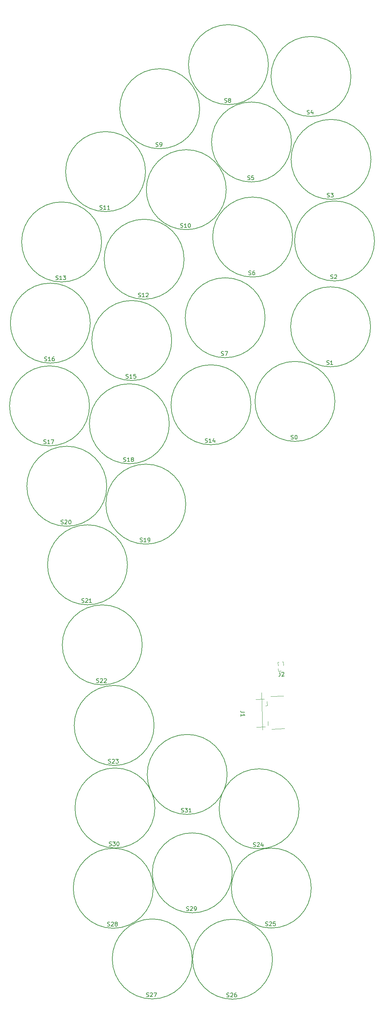
<source format=gto>
G04 #@! TF.GenerationSoftware,KiCad,Pcbnew,(5.0.0)*
G04 #@! TF.CreationDate,2020-01-29T13:43:46+01:00*
G04 #@! TF.ProjectId,Insole_PCB,496E736F6C655F5043422E6B69636164,rev?*
G04 #@! TF.SameCoordinates,Original*
G04 #@! TF.FileFunction,Legend,Top*
G04 #@! TF.FilePolarity,Positive*
%FSLAX46Y46*%
G04 Gerber Fmt 4.6, Leading zero omitted, Abs format (unit mm)*
G04 Created by KiCad (PCBNEW (5.0.0)) date 01/29/20 13:43:46*
%MOMM*%
%LPD*%
G01*
G04 APERTURE LIST*
%ADD10C,0.120000*%
%ADD11C,0.010000*%
%ADD12C,0.200000*%
%ADD13C,0.150000*%
G04 APERTURE END LIST*
D10*
G04 #@! TO.C,J2*
X191133929Y-187382519D02*
X191827236Y-187334038D01*
X191086146Y-186699188D02*
X191133929Y-187382519D01*
X192338464Y-185924944D02*
X192424977Y-185918895D01*
X191038363Y-186015856D02*
X191124876Y-186009807D01*
X192424977Y-185918895D02*
X192363940Y-185046026D01*
X191038363Y-186015856D02*
X190977326Y-185142988D01*
X192064165Y-185066989D02*
X192363940Y-185046026D01*
X190977326Y-185142988D02*
X191277101Y-185122026D01*
D11*
G04 #@! TO.C,J1*
X187600969Y-194382742D02*
X185452278Y-194457776D01*
X187891745Y-201276794D02*
X185693085Y-201353573D01*
X187218346Y-202050767D02*
X186892035Y-192706462D01*
D10*
X192425329Y-193563875D02*
X189197297Y-193676601D01*
X188310092Y-194918320D02*
X188347783Y-195997662D01*
X188494234Y-199904932D02*
X188531926Y-200984274D01*
X192711505Y-201758880D02*
X189483473Y-201871606D01*
X188347783Y-195997662D02*
X187918045Y-196012669D01*
D12*
G04 #@! TO.C,S0*
X205296453Y-119910707D02*
G75*
G03X205296453Y-119910707I-10002000J0D01*
G01*
G04 #@! TO.C,S1*
X214211453Y-101260707D02*
G75*
G03X214211453Y-101260707I-10002000J0D01*
G01*
G04 #@! TO.C,S2*
X215196453Y-79785707D02*
G75*
G03X215196453Y-79785707I-10002000J0D01*
G01*
G04 #@! TO.C,S3*
X214321453Y-59385707D02*
G75*
G03X214321453Y-59385707I-10002000J0D01*
G01*
G04 #@! TO.C,S4*
X209296453Y-38635707D02*
G75*
G03X209296453Y-38635707I-10002000J0D01*
G01*
G04 #@! TO.C,S5*
X194421453Y-55035707D02*
G75*
G03X194421453Y-55035707I-10002000J0D01*
G01*
G04 #@! TO.C,S6*
X194696453Y-78810707D02*
G75*
G03X194696453Y-78810707I-10002000J0D01*
G01*
G04 #@! TO.C,S7*
X187821453Y-98985707D02*
G75*
G03X187821453Y-98985707I-10002000J0D01*
G01*
G04 #@! TO.C,S8*
X188646453Y-35685707D02*
G75*
G03X188646453Y-35685707I-10002000J0D01*
G01*
G04 #@! TO.C,S9*
X171446453Y-46710707D02*
G75*
G03X171446453Y-46710707I-10002000J0D01*
G01*
G04 #@! TO.C,S10*
X178096453Y-66960707D02*
G75*
G03X178096453Y-66960707I-10002000J0D01*
G01*
G04 #@! TO.C,S11*
X157896453Y-62435707D02*
G75*
G03X157896453Y-62435707I-10002000J0D01*
G01*
G04 #@! TO.C,S12*
X167546453Y-84360707D02*
G75*
G03X167546453Y-84360707I-10002000J0D01*
G01*
G04 #@! TO.C,S13*
X146896453Y-80035707D02*
G75*
G03X146896453Y-80035707I-10002000J0D01*
G01*
G04 #@! TO.C,S14*
X184271453Y-120760707D02*
G75*
G03X184271453Y-120760707I-10002000J0D01*
G01*
G04 #@! TO.C,S15*
X164446453Y-104685707D02*
G75*
G03X164446453Y-104685707I-10002000J0D01*
G01*
G04 #@! TO.C,S16*
X144071453Y-100335707D02*
G75*
G03X144071453Y-100335707I-10002000J0D01*
G01*
G04 #@! TO.C,S17*
X143871453Y-121035707D02*
G75*
G03X143871453Y-121035707I-10002000J0D01*
G01*
G04 #@! TO.C,S18*
X163846453Y-125510707D02*
G75*
G03X163846453Y-125510707I-10002000J0D01*
G01*
G04 #@! TO.C,S19*
X167971453Y-145610707D02*
G75*
G03X167971453Y-145610707I-10002000J0D01*
G01*
G04 #@! TO.C,S20*
X148196453Y-141135707D02*
G75*
G03X148196453Y-141135707I-10002000J0D01*
G01*
G04 #@! TO.C,S21*
X153371453Y-160785707D02*
G75*
G03X153371453Y-160785707I-10002000J0D01*
G01*
G04 #@! TO.C,S22*
X157071453Y-180810707D02*
G75*
G03X157071453Y-180810707I-10002000J0D01*
G01*
G04 #@! TO.C,S23*
X160046453Y-200960707D02*
G75*
G03X160046453Y-200960707I-10002000J0D01*
G01*
G04 #@! TO.C,S24*
X196321453Y-221810707D02*
G75*
G03X196321453Y-221810707I-10002000J0D01*
G01*
G04 #@! TO.C,S25*
X199371453Y-241635707D02*
G75*
G03X199371453Y-241635707I-10002000J0D01*
G01*
G04 #@! TO.C,S26*
X189671453Y-259435707D02*
G75*
G03X189671453Y-259435707I-10002000J0D01*
G01*
G04 #@! TO.C,S27*
X169571453Y-259360707D02*
G75*
G03X169571453Y-259360707I-10002000J0D01*
G01*
G04 #@! TO.C,S28*
X159821453Y-241685707D02*
G75*
G03X159821453Y-241685707I-10002000J0D01*
G01*
G04 #@! TO.C,S29*
X179596453Y-237835707D02*
G75*
G03X179596453Y-237835707I-10002000J0D01*
G01*
G04 #@! TO.C,S30*
X160246453Y-221610707D02*
G75*
G03X160246453Y-221610707I-10002000J0D01*
G01*
G04 #@! TO.C,S31*
X178321453Y-213210707D02*
G75*
G03X178321453Y-213210707I-10002000J0D01*
G01*
G04 #@! TO.C,J2*
D13*
X191517551Y-187683874D02*
X191567377Y-188396419D01*
X191529839Y-188542250D01*
X191441477Y-188643900D01*
X191302289Y-188701368D01*
X191207283Y-188708012D01*
X191951722Y-187748984D02*
X191995903Y-187698159D01*
X192087588Y-187644013D01*
X192325103Y-187627404D01*
X192423431Y-187668264D01*
X192474256Y-187712445D01*
X192528402Y-187804129D01*
X192535046Y-187899135D01*
X192497508Y-188044966D01*
X191967332Y-188654864D01*
X192584872Y-188611681D01*
G04 #@! TO.C,J1*
X182710405Y-197672091D02*
X181996554Y-197697019D01*
X181852122Y-197654414D01*
X181753618Y-197562558D01*
X181701043Y-197421450D01*
X181697719Y-197326270D01*
X181745913Y-198706381D02*
X181725971Y-198135300D01*
X181735942Y-198420841D02*
X182735333Y-198385941D01*
X182589239Y-198295747D01*
X182490735Y-198203890D01*
X182439821Y-198110372D01*
G04 #@! TO.C,S0*
X194332548Y-129315468D02*
X194475405Y-129363087D01*
X194713500Y-129363087D01*
X194808738Y-129315468D01*
X194856357Y-129267849D01*
X194903976Y-129172611D01*
X194903976Y-129077373D01*
X194856357Y-128982135D01*
X194808738Y-128934516D01*
X194713500Y-128886897D01*
X194523024Y-128839278D01*
X194427786Y-128791659D01*
X194380167Y-128744040D01*
X194332548Y-128648802D01*
X194332548Y-128553564D01*
X194380167Y-128458326D01*
X194427786Y-128410707D01*
X194523024Y-128363087D01*
X194761119Y-128363087D01*
X194903976Y-128410707D01*
X195523024Y-128363087D02*
X195618262Y-128363087D01*
X195713500Y-128410707D01*
X195761119Y-128458326D01*
X195808738Y-128553564D01*
X195856357Y-128744040D01*
X195856357Y-128982135D01*
X195808738Y-129172611D01*
X195761119Y-129267849D01*
X195713500Y-129315468D01*
X195618262Y-129363087D01*
X195523024Y-129363087D01*
X195427786Y-129315468D01*
X195380167Y-129267849D01*
X195332548Y-129172611D01*
X195284929Y-128982135D01*
X195284929Y-128744040D01*
X195332548Y-128553564D01*
X195380167Y-128458326D01*
X195427786Y-128410707D01*
X195523024Y-128363087D01*
G04 #@! TO.C,S1*
X203247548Y-110665468D02*
X203390405Y-110713087D01*
X203628500Y-110713087D01*
X203723738Y-110665468D01*
X203771357Y-110617849D01*
X203818976Y-110522611D01*
X203818976Y-110427373D01*
X203771357Y-110332135D01*
X203723738Y-110284516D01*
X203628500Y-110236897D01*
X203438024Y-110189278D01*
X203342786Y-110141659D01*
X203295167Y-110094040D01*
X203247548Y-109998802D01*
X203247548Y-109903564D01*
X203295167Y-109808326D01*
X203342786Y-109760707D01*
X203438024Y-109713087D01*
X203676119Y-109713087D01*
X203818976Y-109760707D01*
X204771357Y-110713087D02*
X204199929Y-110713087D01*
X204485643Y-110713087D02*
X204485643Y-109713087D01*
X204390405Y-109855945D01*
X204295167Y-109951183D01*
X204199929Y-109998802D01*
G04 #@! TO.C,S2*
X204232548Y-89190468D02*
X204375405Y-89238087D01*
X204613500Y-89238087D01*
X204708738Y-89190468D01*
X204756357Y-89142849D01*
X204803976Y-89047611D01*
X204803976Y-88952373D01*
X204756357Y-88857135D01*
X204708738Y-88809516D01*
X204613500Y-88761897D01*
X204423024Y-88714278D01*
X204327786Y-88666659D01*
X204280167Y-88619040D01*
X204232548Y-88523802D01*
X204232548Y-88428564D01*
X204280167Y-88333326D01*
X204327786Y-88285707D01*
X204423024Y-88238087D01*
X204661119Y-88238087D01*
X204803976Y-88285707D01*
X205184929Y-88333326D02*
X205232548Y-88285707D01*
X205327786Y-88238087D01*
X205565881Y-88238087D01*
X205661119Y-88285707D01*
X205708738Y-88333326D01*
X205756357Y-88428564D01*
X205756357Y-88523802D01*
X205708738Y-88666659D01*
X205137310Y-89238087D01*
X205756357Y-89238087D01*
G04 #@! TO.C,S3*
X203357548Y-68790468D02*
X203500405Y-68838087D01*
X203738500Y-68838087D01*
X203833738Y-68790468D01*
X203881357Y-68742849D01*
X203928976Y-68647611D01*
X203928976Y-68552373D01*
X203881357Y-68457135D01*
X203833738Y-68409516D01*
X203738500Y-68361897D01*
X203548024Y-68314278D01*
X203452786Y-68266659D01*
X203405167Y-68219040D01*
X203357548Y-68123802D01*
X203357548Y-68028564D01*
X203405167Y-67933326D01*
X203452786Y-67885707D01*
X203548024Y-67838087D01*
X203786119Y-67838087D01*
X203928976Y-67885707D01*
X204262310Y-67838087D02*
X204881357Y-67838087D01*
X204548024Y-68219040D01*
X204690881Y-68219040D01*
X204786119Y-68266659D01*
X204833738Y-68314278D01*
X204881357Y-68409516D01*
X204881357Y-68647611D01*
X204833738Y-68742849D01*
X204786119Y-68790468D01*
X204690881Y-68838087D01*
X204405167Y-68838087D01*
X204309929Y-68790468D01*
X204262310Y-68742849D01*
G04 #@! TO.C,S4*
X198332548Y-48040468D02*
X198475405Y-48088087D01*
X198713500Y-48088087D01*
X198808738Y-48040468D01*
X198856357Y-47992849D01*
X198903976Y-47897611D01*
X198903976Y-47802373D01*
X198856357Y-47707135D01*
X198808738Y-47659516D01*
X198713500Y-47611897D01*
X198523024Y-47564278D01*
X198427786Y-47516659D01*
X198380167Y-47469040D01*
X198332548Y-47373802D01*
X198332548Y-47278564D01*
X198380167Y-47183326D01*
X198427786Y-47135707D01*
X198523024Y-47088087D01*
X198761119Y-47088087D01*
X198903976Y-47135707D01*
X199761119Y-47421421D02*
X199761119Y-48088087D01*
X199523024Y-47040468D02*
X199284929Y-47754754D01*
X199903976Y-47754754D01*
G04 #@! TO.C,S5*
X183457548Y-64440468D02*
X183600405Y-64488087D01*
X183838500Y-64488087D01*
X183933738Y-64440468D01*
X183981357Y-64392849D01*
X184028976Y-64297611D01*
X184028976Y-64202373D01*
X183981357Y-64107135D01*
X183933738Y-64059516D01*
X183838500Y-64011897D01*
X183648024Y-63964278D01*
X183552786Y-63916659D01*
X183505167Y-63869040D01*
X183457548Y-63773802D01*
X183457548Y-63678564D01*
X183505167Y-63583326D01*
X183552786Y-63535707D01*
X183648024Y-63488087D01*
X183886119Y-63488087D01*
X184028976Y-63535707D01*
X184933738Y-63488087D02*
X184457548Y-63488087D01*
X184409929Y-63964278D01*
X184457548Y-63916659D01*
X184552786Y-63869040D01*
X184790881Y-63869040D01*
X184886119Y-63916659D01*
X184933738Y-63964278D01*
X184981357Y-64059516D01*
X184981357Y-64297611D01*
X184933738Y-64392849D01*
X184886119Y-64440468D01*
X184790881Y-64488087D01*
X184552786Y-64488087D01*
X184457548Y-64440468D01*
X184409929Y-64392849D01*
G04 #@! TO.C,S6*
X183732548Y-88215468D02*
X183875405Y-88263087D01*
X184113500Y-88263087D01*
X184208738Y-88215468D01*
X184256357Y-88167849D01*
X184303976Y-88072611D01*
X184303976Y-87977373D01*
X184256357Y-87882135D01*
X184208738Y-87834516D01*
X184113500Y-87786897D01*
X183923024Y-87739278D01*
X183827786Y-87691659D01*
X183780167Y-87644040D01*
X183732548Y-87548802D01*
X183732548Y-87453564D01*
X183780167Y-87358326D01*
X183827786Y-87310707D01*
X183923024Y-87263087D01*
X184161119Y-87263087D01*
X184303976Y-87310707D01*
X185161119Y-87263087D02*
X184970643Y-87263087D01*
X184875405Y-87310707D01*
X184827786Y-87358326D01*
X184732548Y-87501183D01*
X184684929Y-87691659D01*
X184684929Y-88072611D01*
X184732548Y-88167849D01*
X184780167Y-88215468D01*
X184875405Y-88263087D01*
X185065881Y-88263087D01*
X185161119Y-88215468D01*
X185208738Y-88167849D01*
X185256357Y-88072611D01*
X185256357Y-87834516D01*
X185208738Y-87739278D01*
X185161119Y-87691659D01*
X185065881Y-87644040D01*
X184875405Y-87644040D01*
X184780167Y-87691659D01*
X184732548Y-87739278D01*
X184684929Y-87834516D01*
G04 #@! TO.C,S7*
X176857548Y-108390468D02*
X177000405Y-108438087D01*
X177238500Y-108438087D01*
X177333738Y-108390468D01*
X177381357Y-108342849D01*
X177428976Y-108247611D01*
X177428976Y-108152373D01*
X177381357Y-108057135D01*
X177333738Y-108009516D01*
X177238500Y-107961897D01*
X177048024Y-107914278D01*
X176952786Y-107866659D01*
X176905167Y-107819040D01*
X176857548Y-107723802D01*
X176857548Y-107628564D01*
X176905167Y-107533326D01*
X176952786Y-107485707D01*
X177048024Y-107438087D01*
X177286119Y-107438087D01*
X177428976Y-107485707D01*
X177762310Y-107438087D02*
X178428976Y-107438087D01*
X178000405Y-108438087D01*
G04 #@! TO.C,S8*
X177682548Y-45090468D02*
X177825405Y-45138087D01*
X178063500Y-45138087D01*
X178158738Y-45090468D01*
X178206357Y-45042849D01*
X178253976Y-44947611D01*
X178253976Y-44852373D01*
X178206357Y-44757135D01*
X178158738Y-44709516D01*
X178063500Y-44661897D01*
X177873024Y-44614278D01*
X177777786Y-44566659D01*
X177730167Y-44519040D01*
X177682548Y-44423802D01*
X177682548Y-44328564D01*
X177730167Y-44233326D01*
X177777786Y-44185707D01*
X177873024Y-44138087D01*
X178111119Y-44138087D01*
X178253976Y-44185707D01*
X178825405Y-44566659D02*
X178730167Y-44519040D01*
X178682548Y-44471421D01*
X178634929Y-44376183D01*
X178634929Y-44328564D01*
X178682548Y-44233326D01*
X178730167Y-44185707D01*
X178825405Y-44138087D01*
X179015881Y-44138087D01*
X179111119Y-44185707D01*
X179158738Y-44233326D01*
X179206357Y-44328564D01*
X179206357Y-44376183D01*
X179158738Y-44471421D01*
X179111119Y-44519040D01*
X179015881Y-44566659D01*
X178825405Y-44566659D01*
X178730167Y-44614278D01*
X178682548Y-44661897D01*
X178634929Y-44757135D01*
X178634929Y-44947611D01*
X178682548Y-45042849D01*
X178730167Y-45090468D01*
X178825405Y-45138087D01*
X179015881Y-45138087D01*
X179111119Y-45090468D01*
X179158738Y-45042849D01*
X179206357Y-44947611D01*
X179206357Y-44757135D01*
X179158738Y-44661897D01*
X179111119Y-44614278D01*
X179015881Y-44566659D01*
G04 #@! TO.C,S9*
X160482548Y-56115468D02*
X160625405Y-56163087D01*
X160863500Y-56163087D01*
X160958738Y-56115468D01*
X161006357Y-56067849D01*
X161053976Y-55972611D01*
X161053976Y-55877373D01*
X161006357Y-55782135D01*
X160958738Y-55734516D01*
X160863500Y-55686897D01*
X160673024Y-55639278D01*
X160577786Y-55591659D01*
X160530167Y-55544040D01*
X160482548Y-55448802D01*
X160482548Y-55353564D01*
X160530167Y-55258326D01*
X160577786Y-55210707D01*
X160673024Y-55163087D01*
X160911119Y-55163087D01*
X161053976Y-55210707D01*
X161530167Y-56163087D02*
X161720643Y-56163087D01*
X161815881Y-56115468D01*
X161863500Y-56067849D01*
X161958738Y-55924992D01*
X162006357Y-55734516D01*
X162006357Y-55353564D01*
X161958738Y-55258326D01*
X161911119Y-55210707D01*
X161815881Y-55163087D01*
X161625405Y-55163087D01*
X161530167Y-55210707D01*
X161482548Y-55258326D01*
X161434929Y-55353564D01*
X161434929Y-55591659D01*
X161482548Y-55686897D01*
X161530167Y-55734516D01*
X161625405Y-55782135D01*
X161815881Y-55782135D01*
X161911119Y-55734516D01*
X161958738Y-55686897D01*
X162006357Y-55591659D01*
G04 #@! TO.C,S10*
X166656357Y-76365468D02*
X166799214Y-76413087D01*
X167037310Y-76413087D01*
X167132548Y-76365468D01*
X167180167Y-76317849D01*
X167227786Y-76222611D01*
X167227786Y-76127373D01*
X167180167Y-76032135D01*
X167132548Y-75984516D01*
X167037310Y-75936897D01*
X166846833Y-75889278D01*
X166751595Y-75841659D01*
X166703976Y-75794040D01*
X166656357Y-75698802D01*
X166656357Y-75603564D01*
X166703976Y-75508326D01*
X166751595Y-75460707D01*
X166846833Y-75413087D01*
X167084929Y-75413087D01*
X167227786Y-75460707D01*
X168180167Y-76413087D02*
X167608738Y-76413087D01*
X167894453Y-76413087D02*
X167894453Y-75413087D01*
X167799214Y-75555945D01*
X167703976Y-75651183D01*
X167608738Y-75698802D01*
X168799214Y-75413087D02*
X168894453Y-75413087D01*
X168989691Y-75460707D01*
X169037310Y-75508326D01*
X169084929Y-75603564D01*
X169132548Y-75794040D01*
X169132548Y-76032135D01*
X169084929Y-76222611D01*
X169037310Y-76317849D01*
X168989691Y-76365468D01*
X168894453Y-76413087D01*
X168799214Y-76413087D01*
X168703976Y-76365468D01*
X168656357Y-76317849D01*
X168608738Y-76222611D01*
X168561119Y-76032135D01*
X168561119Y-75794040D01*
X168608738Y-75603564D01*
X168656357Y-75508326D01*
X168703976Y-75460707D01*
X168799214Y-75413087D01*
G04 #@! TO.C,S11*
X146456357Y-71840468D02*
X146599214Y-71888087D01*
X146837310Y-71888087D01*
X146932548Y-71840468D01*
X146980167Y-71792849D01*
X147027786Y-71697611D01*
X147027786Y-71602373D01*
X146980167Y-71507135D01*
X146932548Y-71459516D01*
X146837310Y-71411897D01*
X146646833Y-71364278D01*
X146551595Y-71316659D01*
X146503976Y-71269040D01*
X146456357Y-71173802D01*
X146456357Y-71078564D01*
X146503976Y-70983326D01*
X146551595Y-70935707D01*
X146646833Y-70888087D01*
X146884929Y-70888087D01*
X147027786Y-70935707D01*
X147980167Y-71888087D02*
X147408738Y-71888087D01*
X147694453Y-71888087D02*
X147694453Y-70888087D01*
X147599214Y-71030945D01*
X147503976Y-71126183D01*
X147408738Y-71173802D01*
X148932548Y-71888087D02*
X148361119Y-71888087D01*
X148646833Y-71888087D02*
X148646833Y-70888087D01*
X148551595Y-71030945D01*
X148456357Y-71126183D01*
X148361119Y-71173802D01*
G04 #@! TO.C,S12*
X156106357Y-93765468D02*
X156249214Y-93813087D01*
X156487310Y-93813087D01*
X156582548Y-93765468D01*
X156630167Y-93717849D01*
X156677786Y-93622611D01*
X156677786Y-93527373D01*
X156630167Y-93432135D01*
X156582548Y-93384516D01*
X156487310Y-93336897D01*
X156296833Y-93289278D01*
X156201595Y-93241659D01*
X156153976Y-93194040D01*
X156106357Y-93098802D01*
X156106357Y-93003564D01*
X156153976Y-92908326D01*
X156201595Y-92860707D01*
X156296833Y-92813087D01*
X156534929Y-92813087D01*
X156677786Y-92860707D01*
X157630167Y-93813087D02*
X157058738Y-93813087D01*
X157344453Y-93813087D02*
X157344453Y-92813087D01*
X157249214Y-92955945D01*
X157153976Y-93051183D01*
X157058738Y-93098802D01*
X158011119Y-92908326D02*
X158058738Y-92860707D01*
X158153976Y-92813087D01*
X158392072Y-92813087D01*
X158487310Y-92860707D01*
X158534929Y-92908326D01*
X158582548Y-93003564D01*
X158582548Y-93098802D01*
X158534929Y-93241659D01*
X157963500Y-93813087D01*
X158582548Y-93813087D01*
G04 #@! TO.C,S13*
X135456357Y-89440468D02*
X135599214Y-89488087D01*
X135837310Y-89488087D01*
X135932548Y-89440468D01*
X135980167Y-89392849D01*
X136027786Y-89297611D01*
X136027786Y-89202373D01*
X135980167Y-89107135D01*
X135932548Y-89059516D01*
X135837310Y-89011897D01*
X135646833Y-88964278D01*
X135551595Y-88916659D01*
X135503976Y-88869040D01*
X135456357Y-88773802D01*
X135456357Y-88678564D01*
X135503976Y-88583326D01*
X135551595Y-88535707D01*
X135646833Y-88488087D01*
X135884929Y-88488087D01*
X136027786Y-88535707D01*
X136980167Y-89488087D02*
X136408738Y-89488087D01*
X136694453Y-89488087D02*
X136694453Y-88488087D01*
X136599214Y-88630945D01*
X136503976Y-88726183D01*
X136408738Y-88773802D01*
X137313500Y-88488087D02*
X137932548Y-88488087D01*
X137599214Y-88869040D01*
X137742072Y-88869040D01*
X137837310Y-88916659D01*
X137884929Y-88964278D01*
X137932548Y-89059516D01*
X137932548Y-89297611D01*
X137884929Y-89392849D01*
X137837310Y-89440468D01*
X137742072Y-89488087D01*
X137456357Y-89488087D01*
X137361119Y-89440468D01*
X137313500Y-89392849D01*
G04 #@! TO.C,S14*
X172831357Y-130165468D02*
X172974214Y-130213087D01*
X173212310Y-130213087D01*
X173307548Y-130165468D01*
X173355167Y-130117849D01*
X173402786Y-130022611D01*
X173402786Y-129927373D01*
X173355167Y-129832135D01*
X173307548Y-129784516D01*
X173212310Y-129736897D01*
X173021833Y-129689278D01*
X172926595Y-129641659D01*
X172878976Y-129594040D01*
X172831357Y-129498802D01*
X172831357Y-129403564D01*
X172878976Y-129308326D01*
X172926595Y-129260707D01*
X173021833Y-129213087D01*
X173259929Y-129213087D01*
X173402786Y-129260707D01*
X174355167Y-130213087D02*
X173783738Y-130213087D01*
X174069453Y-130213087D02*
X174069453Y-129213087D01*
X173974214Y-129355945D01*
X173878976Y-129451183D01*
X173783738Y-129498802D01*
X175212310Y-129546421D02*
X175212310Y-130213087D01*
X174974214Y-129165468D02*
X174736119Y-129879754D01*
X175355167Y-129879754D01*
G04 #@! TO.C,S15*
X153006357Y-114090468D02*
X153149214Y-114138087D01*
X153387310Y-114138087D01*
X153482548Y-114090468D01*
X153530167Y-114042849D01*
X153577786Y-113947611D01*
X153577786Y-113852373D01*
X153530167Y-113757135D01*
X153482548Y-113709516D01*
X153387310Y-113661897D01*
X153196833Y-113614278D01*
X153101595Y-113566659D01*
X153053976Y-113519040D01*
X153006357Y-113423802D01*
X153006357Y-113328564D01*
X153053976Y-113233326D01*
X153101595Y-113185707D01*
X153196833Y-113138087D01*
X153434929Y-113138087D01*
X153577786Y-113185707D01*
X154530167Y-114138087D02*
X153958738Y-114138087D01*
X154244453Y-114138087D02*
X154244453Y-113138087D01*
X154149214Y-113280945D01*
X154053976Y-113376183D01*
X153958738Y-113423802D01*
X155434929Y-113138087D02*
X154958738Y-113138087D01*
X154911119Y-113614278D01*
X154958738Y-113566659D01*
X155053976Y-113519040D01*
X155292072Y-113519040D01*
X155387310Y-113566659D01*
X155434929Y-113614278D01*
X155482548Y-113709516D01*
X155482548Y-113947611D01*
X155434929Y-114042849D01*
X155387310Y-114090468D01*
X155292072Y-114138087D01*
X155053976Y-114138087D01*
X154958738Y-114090468D01*
X154911119Y-114042849D01*
G04 #@! TO.C,S16*
X132631357Y-109740468D02*
X132774214Y-109788087D01*
X133012310Y-109788087D01*
X133107548Y-109740468D01*
X133155167Y-109692849D01*
X133202786Y-109597611D01*
X133202786Y-109502373D01*
X133155167Y-109407135D01*
X133107548Y-109359516D01*
X133012310Y-109311897D01*
X132821833Y-109264278D01*
X132726595Y-109216659D01*
X132678976Y-109169040D01*
X132631357Y-109073802D01*
X132631357Y-108978564D01*
X132678976Y-108883326D01*
X132726595Y-108835707D01*
X132821833Y-108788087D01*
X133059929Y-108788087D01*
X133202786Y-108835707D01*
X134155167Y-109788087D02*
X133583738Y-109788087D01*
X133869453Y-109788087D02*
X133869453Y-108788087D01*
X133774214Y-108930945D01*
X133678976Y-109026183D01*
X133583738Y-109073802D01*
X135012310Y-108788087D02*
X134821833Y-108788087D01*
X134726595Y-108835707D01*
X134678976Y-108883326D01*
X134583738Y-109026183D01*
X134536119Y-109216659D01*
X134536119Y-109597611D01*
X134583738Y-109692849D01*
X134631357Y-109740468D01*
X134726595Y-109788087D01*
X134917072Y-109788087D01*
X135012310Y-109740468D01*
X135059929Y-109692849D01*
X135107548Y-109597611D01*
X135107548Y-109359516D01*
X135059929Y-109264278D01*
X135012310Y-109216659D01*
X134917072Y-109169040D01*
X134726595Y-109169040D01*
X134631357Y-109216659D01*
X134583738Y-109264278D01*
X134536119Y-109359516D01*
G04 #@! TO.C,S17*
X132431357Y-130440468D02*
X132574214Y-130488087D01*
X132812310Y-130488087D01*
X132907548Y-130440468D01*
X132955167Y-130392849D01*
X133002786Y-130297611D01*
X133002786Y-130202373D01*
X132955167Y-130107135D01*
X132907548Y-130059516D01*
X132812310Y-130011897D01*
X132621833Y-129964278D01*
X132526595Y-129916659D01*
X132478976Y-129869040D01*
X132431357Y-129773802D01*
X132431357Y-129678564D01*
X132478976Y-129583326D01*
X132526595Y-129535707D01*
X132621833Y-129488087D01*
X132859929Y-129488087D01*
X133002786Y-129535707D01*
X133955167Y-130488087D02*
X133383738Y-130488087D01*
X133669453Y-130488087D02*
X133669453Y-129488087D01*
X133574214Y-129630945D01*
X133478976Y-129726183D01*
X133383738Y-129773802D01*
X134288500Y-129488087D02*
X134955167Y-129488087D01*
X134526595Y-130488087D01*
G04 #@! TO.C,S18*
X152406357Y-134915468D02*
X152549214Y-134963087D01*
X152787310Y-134963087D01*
X152882548Y-134915468D01*
X152930167Y-134867849D01*
X152977786Y-134772611D01*
X152977786Y-134677373D01*
X152930167Y-134582135D01*
X152882548Y-134534516D01*
X152787310Y-134486897D01*
X152596833Y-134439278D01*
X152501595Y-134391659D01*
X152453976Y-134344040D01*
X152406357Y-134248802D01*
X152406357Y-134153564D01*
X152453976Y-134058326D01*
X152501595Y-134010707D01*
X152596833Y-133963087D01*
X152834929Y-133963087D01*
X152977786Y-134010707D01*
X153930167Y-134963087D02*
X153358738Y-134963087D01*
X153644453Y-134963087D02*
X153644453Y-133963087D01*
X153549214Y-134105945D01*
X153453976Y-134201183D01*
X153358738Y-134248802D01*
X154501595Y-134391659D02*
X154406357Y-134344040D01*
X154358738Y-134296421D01*
X154311119Y-134201183D01*
X154311119Y-134153564D01*
X154358738Y-134058326D01*
X154406357Y-134010707D01*
X154501595Y-133963087D01*
X154692072Y-133963087D01*
X154787310Y-134010707D01*
X154834929Y-134058326D01*
X154882548Y-134153564D01*
X154882548Y-134201183D01*
X154834929Y-134296421D01*
X154787310Y-134344040D01*
X154692072Y-134391659D01*
X154501595Y-134391659D01*
X154406357Y-134439278D01*
X154358738Y-134486897D01*
X154311119Y-134582135D01*
X154311119Y-134772611D01*
X154358738Y-134867849D01*
X154406357Y-134915468D01*
X154501595Y-134963087D01*
X154692072Y-134963087D01*
X154787310Y-134915468D01*
X154834929Y-134867849D01*
X154882548Y-134772611D01*
X154882548Y-134582135D01*
X154834929Y-134486897D01*
X154787310Y-134439278D01*
X154692072Y-134391659D01*
G04 #@! TO.C,S19*
X156531357Y-155015468D02*
X156674214Y-155063087D01*
X156912310Y-155063087D01*
X157007548Y-155015468D01*
X157055167Y-154967849D01*
X157102786Y-154872611D01*
X157102786Y-154777373D01*
X157055167Y-154682135D01*
X157007548Y-154634516D01*
X156912310Y-154586897D01*
X156721833Y-154539278D01*
X156626595Y-154491659D01*
X156578976Y-154444040D01*
X156531357Y-154348802D01*
X156531357Y-154253564D01*
X156578976Y-154158326D01*
X156626595Y-154110707D01*
X156721833Y-154063087D01*
X156959929Y-154063087D01*
X157102786Y-154110707D01*
X158055167Y-155063087D02*
X157483738Y-155063087D01*
X157769453Y-155063087D02*
X157769453Y-154063087D01*
X157674214Y-154205945D01*
X157578976Y-154301183D01*
X157483738Y-154348802D01*
X158531357Y-155063087D02*
X158721833Y-155063087D01*
X158817072Y-155015468D01*
X158864691Y-154967849D01*
X158959929Y-154824992D01*
X159007548Y-154634516D01*
X159007548Y-154253564D01*
X158959929Y-154158326D01*
X158912310Y-154110707D01*
X158817072Y-154063087D01*
X158626595Y-154063087D01*
X158531357Y-154110707D01*
X158483738Y-154158326D01*
X158436119Y-154253564D01*
X158436119Y-154491659D01*
X158483738Y-154586897D01*
X158531357Y-154634516D01*
X158626595Y-154682135D01*
X158817072Y-154682135D01*
X158912310Y-154634516D01*
X158959929Y-154586897D01*
X159007548Y-154491659D01*
G04 #@! TO.C,S20*
X136756357Y-150540468D02*
X136899214Y-150588087D01*
X137137310Y-150588087D01*
X137232548Y-150540468D01*
X137280167Y-150492849D01*
X137327786Y-150397611D01*
X137327786Y-150302373D01*
X137280167Y-150207135D01*
X137232548Y-150159516D01*
X137137310Y-150111897D01*
X136946833Y-150064278D01*
X136851595Y-150016659D01*
X136803976Y-149969040D01*
X136756357Y-149873802D01*
X136756357Y-149778564D01*
X136803976Y-149683326D01*
X136851595Y-149635707D01*
X136946833Y-149588087D01*
X137184929Y-149588087D01*
X137327786Y-149635707D01*
X137708738Y-149683326D02*
X137756357Y-149635707D01*
X137851595Y-149588087D01*
X138089691Y-149588087D01*
X138184929Y-149635707D01*
X138232548Y-149683326D01*
X138280167Y-149778564D01*
X138280167Y-149873802D01*
X138232548Y-150016659D01*
X137661119Y-150588087D01*
X138280167Y-150588087D01*
X138899214Y-149588087D02*
X138994453Y-149588087D01*
X139089691Y-149635707D01*
X139137310Y-149683326D01*
X139184929Y-149778564D01*
X139232548Y-149969040D01*
X139232548Y-150207135D01*
X139184929Y-150397611D01*
X139137310Y-150492849D01*
X139089691Y-150540468D01*
X138994453Y-150588087D01*
X138899214Y-150588087D01*
X138803976Y-150540468D01*
X138756357Y-150492849D01*
X138708738Y-150397611D01*
X138661119Y-150207135D01*
X138661119Y-149969040D01*
X138708738Y-149778564D01*
X138756357Y-149683326D01*
X138803976Y-149635707D01*
X138899214Y-149588087D01*
G04 #@! TO.C,S21*
X141931357Y-170190468D02*
X142074214Y-170238087D01*
X142312310Y-170238087D01*
X142407548Y-170190468D01*
X142455167Y-170142849D01*
X142502786Y-170047611D01*
X142502786Y-169952373D01*
X142455167Y-169857135D01*
X142407548Y-169809516D01*
X142312310Y-169761897D01*
X142121833Y-169714278D01*
X142026595Y-169666659D01*
X141978976Y-169619040D01*
X141931357Y-169523802D01*
X141931357Y-169428564D01*
X141978976Y-169333326D01*
X142026595Y-169285707D01*
X142121833Y-169238087D01*
X142359929Y-169238087D01*
X142502786Y-169285707D01*
X142883738Y-169333326D02*
X142931357Y-169285707D01*
X143026595Y-169238087D01*
X143264691Y-169238087D01*
X143359929Y-169285707D01*
X143407548Y-169333326D01*
X143455167Y-169428564D01*
X143455167Y-169523802D01*
X143407548Y-169666659D01*
X142836119Y-170238087D01*
X143455167Y-170238087D01*
X144407548Y-170238087D02*
X143836119Y-170238087D01*
X144121833Y-170238087D02*
X144121833Y-169238087D01*
X144026595Y-169380945D01*
X143931357Y-169476183D01*
X143836119Y-169523802D01*
G04 #@! TO.C,S22*
X145631357Y-190215468D02*
X145774214Y-190263087D01*
X146012310Y-190263087D01*
X146107548Y-190215468D01*
X146155167Y-190167849D01*
X146202786Y-190072611D01*
X146202786Y-189977373D01*
X146155167Y-189882135D01*
X146107548Y-189834516D01*
X146012310Y-189786897D01*
X145821833Y-189739278D01*
X145726595Y-189691659D01*
X145678976Y-189644040D01*
X145631357Y-189548802D01*
X145631357Y-189453564D01*
X145678976Y-189358326D01*
X145726595Y-189310707D01*
X145821833Y-189263087D01*
X146059929Y-189263087D01*
X146202786Y-189310707D01*
X146583738Y-189358326D02*
X146631357Y-189310707D01*
X146726595Y-189263087D01*
X146964691Y-189263087D01*
X147059929Y-189310707D01*
X147107548Y-189358326D01*
X147155167Y-189453564D01*
X147155167Y-189548802D01*
X147107548Y-189691659D01*
X146536119Y-190263087D01*
X147155167Y-190263087D01*
X147536119Y-189358326D02*
X147583738Y-189310707D01*
X147678976Y-189263087D01*
X147917072Y-189263087D01*
X148012310Y-189310707D01*
X148059929Y-189358326D01*
X148107548Y-189453564D01*
X148107548Y-189548802D01*
X148059929Y-189691659D01*
X147488500Y-190263087D01*
X148107548Y-190263087D01*
G04 #@! TO.C,S23*
X148606357Y-210365468D02*
X148749214Y-210413087D01*
X148987310Y-210413087D01*
X149082548Y-210365468D01*
X149130167Y-210317849D01*
X149177786Y-210222611D01*
X149177786Y-210127373D01*
X149130167Y-210032135D01*
X149082548Y-209984516D01*
X148987310Y-209936897D01*
X148796833Y-209889278D01*
X148701595Y-209841659D01*
X148653976Y-209794040D01*
X148606357Y-209698802D01*
X148606357Y-209603564D01*
X148653976Y-209508326D01*
X148701595Y-209460707D01*
X148796833Y-209413087D01*
X149034929Y-209413087D01*
X149177786Y-209460707D01*
X149558738Y-209508326D02*
X149606357Y-209460707D01*
X149701595Y-209413087D01*
X149939691Y-209413087D01*
X150034929Y-209460707D01*
X150082548Y-209508326D01*
X150130167Y-209603564D01*
X150130167Y-209698802D01*
X150082548Y-209841659D01*
X149511119Y-210413087D01*
X150130167Y-210413087D01*
X150463500Y-209413087D02*
X151082548Y-209413087D01*
X150749214Y-209794040D01*
X150892072Y-209794040D01*
X150987310Y-209841659D01*
X151034929Y-209889278D01*
X151082548Y-209984516D01*
X151082548Y-210222611D01*
X151034929Y-210317849D01*
X150987310Y-210365468D01*
X150892072Y-210413087D01*
X150606357Y-210413087D01*
X150511119Y-210365468D01*
X150463500Y-210317849D01*
G04 #@! TO.C,S24*
X184881357Y-231215468D02*
X185024214Y-231263087D01*
X185262310Y-231263087D01*
X185357548Y-231215468D01*
X185405167Y-231167849D01*
X185452786Y-231072611D01*
X185452786Y-230977373D01*
X185405167Y-230882135D01*
X185357548Y-230834516D01*
X185262310Y-230786897D01*
X185071833Y-230739278D01*
X184976595Y-230691659D01*
X184928976Y-230644040D01*
X184881357Y-230548802D01*
X184881357Y-230453564D01*
X184928976Y-230358326D01*
X184976595Y-230310707D01*
X185071833Y-230263087D01*
X185309929Y-230263087D01*
X185452786Y-230310707D01*
X185833738Y-230358326D02*
X185881357Y-230310707D01*
X185976595Y-230263087D01*
X186214691Y-230263087D01*
X186309929Y-230310707D01*
X186357548Y-230358326D01*
X186405167Y-230453564D01*
X186405167Y-230548802D01*
X186357548Y-230691659D01*
X185786119Y-231263087D01*
X186405167Y-231263087D01*
X187262310Y-230596421D02*
X187262310Y-231263087D01*
X187024214Y-230215468D02*
X186786119Y-230929754D01*
X187405167Y-230929754D01*
G04 #@! TO.C,S25*
X187931357Y-251040468D02*
X188074214Y-251088087D01*
X188312310Y-251088087D01*
X188407548Y-251040468D01*
X188455167Y-250992849D01*
X188502786Y-250897611D01*
X188502786Y-250802373D01*
X188455167Y-250707135D01*
X188407548Y-250659516D01*
X188312310Y-250611897D01*
X188121833Y-250564278D01*
X188026595Y-250516659D01*
X187978976Y-250469040D01*
X187931357Y-250373802D01*
X187931357Y-250278564D01*
X187978976Y-250183326D01*
X188026595Y-250135707D01*
X188121833Y-250088087D01*
X188359929Y-250088087D01*
X188502786Y-250135707D01*
X188883738Y-250183326D02*
X188931357Y-250135707D01*
X189026595Y-250088087D01*
X189264691Y-250088087D01*
X189359929Y-250135707D01*
X189407548Y-250183326D01*
X189455167Y-250278564D01*
X189455167Y-250373802D01*
X189407548Y-250516659D01*
X188836119Y-251088087D01*
X189455167Y-251088087D01*
X190359929Y-250088087D02*
X189883738Y-250088087D01*
X189836119Y-250564278D01*
X189883738Y-250516659D01*
X189978976Y-250469040D01*
X190217072Y-250469040D01*
X190312310Y-250516659D01*
X190359929Y-250564278D01*
X190407548Y-250659516D01*
X190407548Y-250897611D01*
X190359929Y-250992849D01*
X190312310Y-251040468D01*
X190217072Y-251088087D01*
X189978976Y-251088087D01*
X189883738Y-251040468D01*
X189836119Y-250992849D01*
G04 #@! TO.C,S26*
X178231357Y-268840468D02*
X178374214Y-268888087D01*
X178612310Y-268888087D01*
X178707548Y-268840468D01*
X178755167Y-268792849D01*
X178802786Y-268697611D01*
X178802786Y-268602373D01*
X178755167Y-268507135D01*
X178707548Y-268459516D01*
X178612310Y-268411897D01*
X178421833Y-268364278D01*
X178326595Y-268316659D01*
X178278976Y-268269040D01*
X178231357Y-268173802D01*
X178231357Y-268078564D01*
X178278976Y-267983326D01*
X178326595Y-267935707D01*
X178421833Y-267888087D01*
X178659929Y-267888087D01*
X178802786Y-267935707D01*
X179183738Y-267983326D02*
X179231357Y-267935707D01*
X179326595Y-267888087D01*
X179564691Y-267888087D01*
X179659929Y-267935707D01*
X179707548Y-267983326D01*
X179755167Y-268078564D01*
X179755167Y-268173802D01*
X179707548Y-268316659D01*
X179136119Y-268888087D01*
X179755167Y-268888087D01*
X180612310Y-267888087D02*
X180421833Y-267888087D01*
X180326595Y-267935707D01*
X180278976Y-267983326D01*
X180183738Y-268126183D01*
X180136119Y-268316659D01*
X180136119Y-268697611D01*
X180183738Y-268792849D01*
X180231357Y-268840468D01*
X180326595Y-268888087D01*
X180517072Y-268888087D01*
X180612310Y-268840468D01*
X180659929Y-268792849D01*
X180707548Y-268697611D01*
X180707548Y-268459516D01*
X180659929Y-268364278D01*
X180612310Y-268316659D01*
X180517072Y-268269040D01*
X180326595Y-268269040D01*
X180231357Y-268316659D01*
X180183738Y-268364278D01*
X180136119Y-268459516D01*
G04 #@! TO.C,S27*
X158131357Y-268765468D02*
X158274214Y-268813087D01*
X158512310Y-268813087D01*
X158607548Y-268765468D01*
X158655167Y-268717849D01*
X158702786Y-268622611D01*
X158702786Y-268527373D01*
X158655167Y-268432135D01*
X158607548Y-268384516D01*
X158512310Y-268336897D01*
X158321833Y-268289278D01*
X158226595Y-268241659D01*
X158178976Y-268194040D01*
X158131357Y-268098802D01*
X158131357Y-268003564D01*
X158178976Y-267908326D01*
X158226595Y-267860707D01*
X158321833Y-267813087D01*
X158559929Y-267813087D01*
X158702786Y-267860707D01*
X159083738Y-267908326D02*
X159131357Y-267860707D01*
X159226595Y-267813087D01*
X159464691Y-267813087D01*
X159559929Y-267860707D01*
X159607548Y-267908326D01*
X159655167Y-268003564D01*
X159655167Y-268098802D01*
X159607548Y-268241659D01*
X159036119Y-268813087D01*
X159655167Y-268813087D01*
X159988500Y-267813087D02*
X160655167Y-267813087D01*
X160226595Y-268813087D01*
G04 #@! TO.C,S28*
X148381357Y-251090468D02*
X148524214Y-251138087D01*
X148762310Y-251138087D01*
X148857548Y-251090468D01*
X148905167Y-251042849D01*
X148952786Y-250947611D01*
X148952786Y-250852373D01*
X148905167Y-250757135D01*
X148857548Y-250709516D01*
X148762310Y-250661897D01*
X148571833Y-250614278D01*
X148476595Y-250566659D01*
X148428976Y-250519040D01*
X148381357Y-250423802D01*
X148381357Y-250328564D01*
X148428976Y-250233326D01*
X148476595Y-250185707D01*
X148571833Y-250138087D01*
X148809929Y-250138087D01*
X148952786Y-250185707D01*
X149333738Y-250233326D02*
X149381357Y-250185707D01*
X149476595Y-250138087D01*
X149714691Y-250138087D01*
X149809929Y-250185707D01*
X149857548Y-250233326D01*
X149905167Y-250328564D01*
X149905167Y-250423802D01*
X149857548Y-250566659D01*
X149286119Y-251138087D01*
X149905167Y-251138087D01*
X150476595Y-250566659D02*
X150381357Y-250519040D01*
X150333738Y-250471421D01*
X150286119Y-250376183D01*
X150286119Y-250328564D01*
X150333738Y-250233326D01*
X150381357Y-250185707D01*
X150476595Y-250138087D01*
X150667072Y-250138087D01*
X150762310Y-250185707D01*
X150809929Y-250233326D01*
X150857548Y-250328564D01*
X150857548Y-250376183D01*
X150809929Y-250471421D01*
X150762310Y-250519040D01*
X150667072Y-250566659D01*
X150476595Y-250566659D01*
X150381357Y-250614278D01*
X150333738Y-250661897D01*
X150286119Y-250757135D01*
X150286119Y-250947611D01*
X150333738Y-251042849D01*
X150381357Y-251090468D01*
X150476595Y-251138087D01*
X150667072Y-251138087D01*
X150762310Y-251090468D01*
X150809929Y-251042849D01*
X150857548Y-250947611D01*
X150857548Y-250757135D01*
X150809929Y-250661897D01*
X150762310Y-250614278D01*
X150667072Y-250566659D01*
G04 #@! TO.C,S29*
X168156357Y-247240468D02*
X168299214Y-247288087D01*
X168537310Y-247288087D01*
X168632548Y-247240468D01*
X168680167Y-247192849D01*
X168727786Y-247097611D01*
X168727786Y-247002373D01*
X168680167Y-246907135D01*
X168632548Y-246859516D01*
X168537310Y-246811897D01*
X168346833Y-246764278D01*
X168251595Y-246716659D01*
X168203976Y-246669040D01*
X168156357Y-246573802D01*
X168156357Y-246478564D01*
X168203976Y-246383326D01*
X168251595Y-246335707D01*
X168346833Y-246288087D01*
X168584929Y-246288087D01*
X168727786Y-246335707D01*
X169108738Y-246383326D02*
X169156357Y-246335707D01*
X169251595Y-246288087D01*
X169489691Y-246288087D01*
X169584929Y-246335707D01*
X169632548Y-246383326D01*
X169680167Y-246478564D01*
X169680167Y-246573802D01*
X169632548Y-246716659D01*
X169061119Y-247288087D01*
X169680167Y-247288087D01*
X170156357Y-247288087D02*
X170346833Y-247288087D01*
X170442072Y-247240468D01*
X170489691Y-247192849D01*
X170584929Y-247049992D01*
X170632548Y-246859516D01*
X170632548Y-246478564D01*
X170584929Y-246383326D01*
X170537310Y-246335707D01*
X170442072Y-246288087D01*
X170251595Y-246288087D01*
X170156357Y-246335707D01*
X170108738Y-246383326D01*
X170061119Y-246478564D01*
X170061119Y-246716659D01*
X170108738Y-246811897D01*
X170156357Y-246859516D01*
X170251595Y-246907135D01*
X170442072Y-246907135D01*
X170537310Y-246859516D01*
X170584929Y-246811897D01*
X170632548Y-246716659D01*
G04 #@! TO.C,S30*
X148806357Y-231015468D02*
X148949214Y-231063087D01*
X149187310Y-231063087D01*
X149282548Y-231015468D01*
X149330167Y-230967849D01*
X149377786Y-230872611D01*
X149377786Y-230777373D01*
X149330167Y-230682135D01*
X149282548Y-230634516D01*
X149187310Y-230586897D01*
X148996833Y-230539278D01*
X148901595Y-230491659D01*
X148853976Y-230444040D01*
X148806357Y-230348802D01*
X148806357Y-230253564D01*
X148853976Y-230158326D01*
X148901595Y-230110707D01*
X148996833Y-230063087D01*
X149234929Y-230063087D01*
X149377786Y-230110707D01*
X149711119Y-230063087D02*
X150330167Y-230063087D01*
X149996833Y-230444040D01*
X150139691Y-230444040D01*
X150234929Y-230491659D01*
X150282548Y-230539278D01*
X150330167Y-230634516D01*
X150330167Y-230872611D01*
X150282548Y-230967849D01*
X150234929Y-231015468D01*
X150139691Y-231063087D01*
X149853976Y-231063087D01*
X149758738Y-231015468D01*
X149711119Y-230967849D01*
X150949214Y-230063087D02*
X151044453Y-230063087D01*
X151139691Y-230110707D01*
X151187310Y-230158326D01*
X151234929Y-230253564D01*
X151282548Y-230444040D01*
X151282548Y-230682135D01*
X151234929Y-230872611D01*
X151187310Y-230967849D01*
X151139691Y-231015468D01*
X151044453Y-231063087D01*
X150949214Y-231063087D01*
X150853976Y-231015468D01*
X150806357Y-230967849D01*
X150758738Y-230872611D01*
X150711119Y-230682135D01*
X150711119Y-230444040D01*
X150758738Y-230253564D01*
X150806357Y-230158326D01*
X150853976Y-230110707D01*
X150949214Y-230063087D01*
G04 #@! TO.C,S31*
X166881357Y-222615468D02*
X167024214Y-222663087D01*
X167262310Y-222663087D01*
X167357548Y-222615468D01*
X167405167Y-222567849D01*
X167452786Y-222472611D01*
X167452786Y-222377373D01*
X167405167Y-222282135D01*
X167357548Y-222234516D01*
X167262310Y-222186897D01*
X167071833Y-222139278D01*
X166976595Y-222091659D01*
X166928976Y-222044040D01*
X166881357Y-221948802D01*
X166881357Y-221853564D01*
X166928976Y-221758326D01*
X166976595Y-221710707D01*
X167071833Y-221663087D01*
X167309929Y-221663087D01*
X167452786Y-221710707D01*
X167786119Y-221663087D02*
X168405167Y-221663087D01*
X168071833Y-222044040D01*
X168214691Y-222044040D01*
X168309929Y-222091659D01*
X168357548Y-222139278D01*
X168405167Y-222234516D01*
X168405167Y-222472611D01*
X168357548Y-222567849D01*
X168309929Y-222615468D01*
X168214691Y-222663087D01*
X167928976Y-222663087D01*
X167833738Y-222615468D01*
X167786119Y-222567849D01*
X169357548Y-222663087D02*
X168786119Y-222663087D01*
X169071833Y-222663087D02*
X169071833Y-221663087D01*
X168976595Y-221805945D01*
X168881357Y-221901183D01*
X168786119Y-221948802D01*
G04 #@! TD*
M02*

</source>
